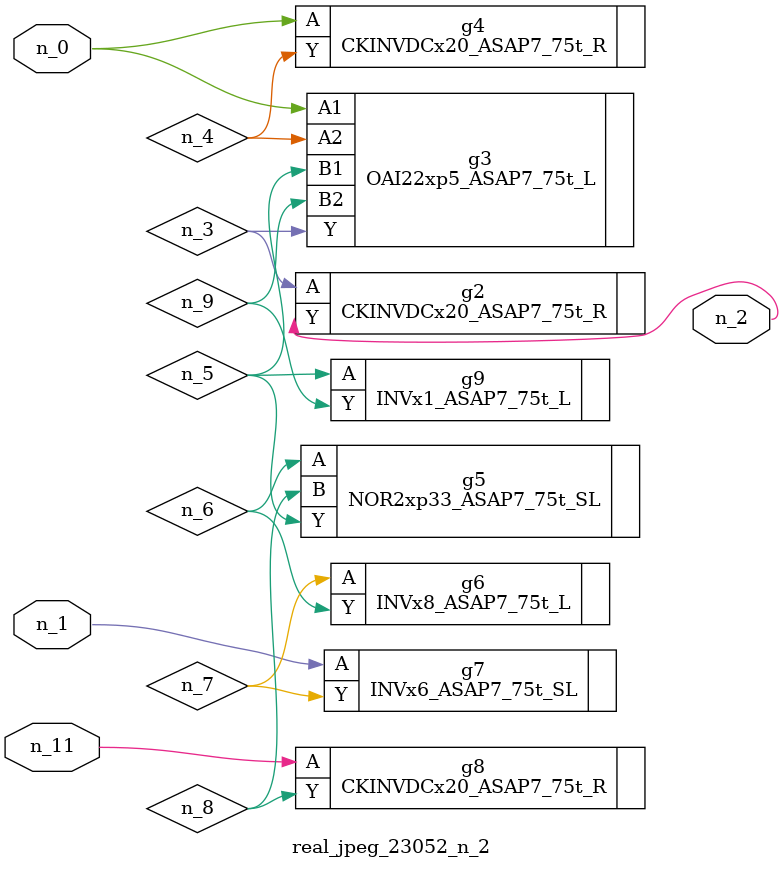
<source format=v>
module real_jpeg_23052_n_2 (n_1, n_11, n_0, n_2);

input n_1;
input n_11;
input n_0;

output n_2;

wire n_5;
wire n_4;
wire n_8;
wire n_6;
wire n_7;
wire n_3;
wire n_9;

OAI22xp5_ASAP7_75t_L g3 ( 
.A1(n_0),
.A2(n_4),
.B1(n_5),
.B2(n_9),
.Y(n_3)
);

CKINVDCx20_ASAP7_75t_R g4 ( 
.A(n_0),
.Y(n_4)
);

INVx6_ASAP7_75t_SL g7 ( 
.A(n_1),
.Y(n_7)
);

CKINVDCx20_ASAP7_75t_R g2 ( 
.A(n_3),
.Y(n_2)
);

INVx1_ASAP7_75t_L g9 ( 
.A(n_5),
.Y(n_9)
);

NOR2xp33_ASAP7_75t_SL g5 ( 
.A(n_6),
.B(n_8),
.Y(n_5)
);

INVx8_ASAP7_75t_L g6 ( 
.A(n_7),
.Y(n_6)
);

CKINVDCx20_ASAP7_75t_R g8 ( 
.A(n_11),
.Y(n_8)
);


endmodule
</source>
